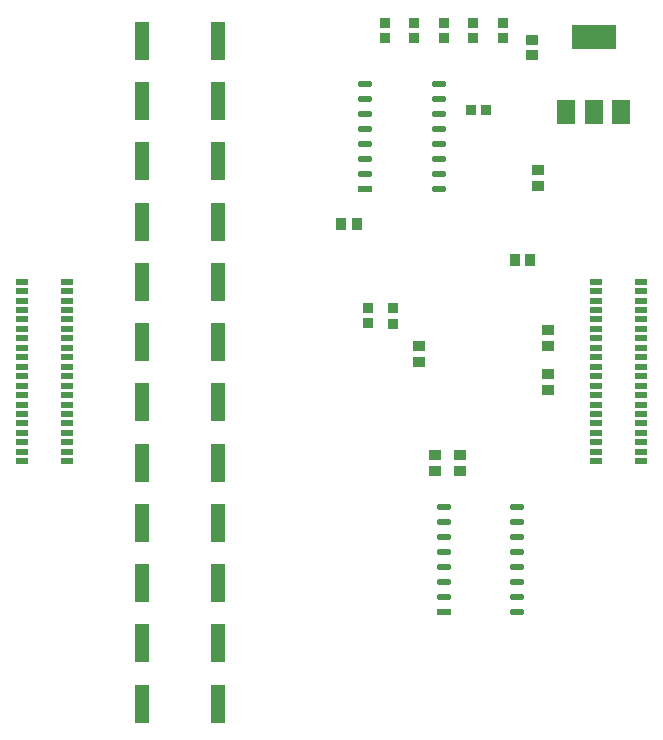
<source format=gbr>
%TF.GenerationSoftware,Altium Limited,Altium Designer,19.1.8 (144)*%
G04 Layer_Color=128*
%FSLAX26Y26*%
%MOIN*%
%TF.FileFunction,Paste,Bot*%
%TF.Part,Single*%
G01*
G75*
%TA.AperFunction,SMDPad,CuDef*%
%ADD11R,0.033465X0.037402*%
%ADD12R,0.037402X0.033465*%
%ADD18R,0.039370X0.035433*%
%ADD30R,0.149606X0.078740*%
%ADD31R,0.059055X0.078740*%
%ADD32O,0.051181X0.019685*%
%ADD33R,0.051181X0.019685*%
%ADD34R,0.035433X0.039370*%
%ADD35R,0.043307X0.019685*%
%ADD36R,0.049000X0.125000*%
D11*
X1667322Y2152560D02*
D03*
X1616142D02*
D03*
D12*
X1329724Y2441930D02*
D03*
Y2390748D02*
D03*
X1428150D02*
D03*
Y2441930D02*
D03*
X1526574Y2390748D02*
D03*
Y2441930D02*
D03*
X1625000Y2390748D02*
D03*
Y2441930D02*
D03*
X1723426D02*
D03*
Y2390748D02*
D03*
X1273622Y1491142D02*
D03*
Y1439960D02*
D03*
X1356300Y1438976D02*
D03*
Y1490158D02*
D03*
D18*
X1821850Y2332678D02*
D03*
Y2385826D02*
D03*
X1442914Y1364174D02*
D03*
Y1311024D02*
D03*
X1498800Y947500D02*
D03*
Y1000650D02*
D03*
X1581476Y948818D02*
D03*
Y1001968D02*
D03*
X1875984Y1218504D02*
D03*
Y1271654D02*
D03*
Y1418308D02*
D03*
Y1365158D02*
D03*
X1840552Y1950788D02*
D03*
Y1897638D02*
D03*
D30*
X2026574Y2392716D02*
D03*
D31*
X1936024Y2144686D02*
D03*
X2026574D02*
D03*
X2117126D02*
D03*
D32*
X1770552Y827166D02*
D03*
Y777166D02*
D03*
Y727166D02*
D03*
Y677166D02*
D03*
Y627166D02*
D03*
Y577166D02*
D03*
Y527166D02*
D03*
Y477166D02*
D03*
X1526574Y827166D02*
D03*
Y777166D02*
D03*
Y727166D02*
D03*
Y677166D02*
D03*
Y627166D02*
D03*
Y577166D02*
D03*
Y527166D02*
D03*
X1509842Y2237402D02*
D03*
Y2187402D02*
D03*
Y2137402D02*
D03*
Y2087402D02*
D03*
Y2037402D02*
D03*
Y1987402D02*
D03*
Y1937402D02*
D03*
Y1887402D02*
D03*
X1265866Y2237402D02*
D03*
Y2187402D02*
D03*
Y2137402D02*
D03*
Y2087402D02*
D03*
Y2037402D02*
D03*
Y1987402D02*
D03*
Y1937402D02*
D03*
D33*
X1526574Y477166D02*
D03*
X1265866Y1887402D02*
D03*
D34*
X1239174Y1772638D02*
D03*
X1186024D02*
D03*
X1762796Y1651574D02*
D03*
X1815944D02*
D03*
D35*
X2185040Y980316D02*
D03*
X2035434D02*
D03*
X2185040Y1011812D02*
D03*
X2035434D02*
D03*
X2185040Y1043308D02*
D03*
X2035434D02*
D03*
X2185040Y1074804D02*
D03*
X2035434D02*
D03*
X2185040Y1106300D02*
D03*
X2035434D02*
D03*
X2185040Y1137796D02*
D03*
X2035434D02*
D03*
X2185040Y1169292D02*
D03*
X2035434D02*
D03*
X2185040Y1200788D02*
D03*
X2035434D02*
D03*
X2185040Y1232284D02*
D03*
X2035434D02*
D03*
X2185040Y1263780D02*
D03*
X2035434D02*
D03*
X2185040Y1295276D02*
D03*
X2035434D02*
D03*
X2185040Y1326772D02*
D03*
X2035434D02*
D03*
X2185040Y1358268D02*
D03*
X2035434D02*
D03*
X2185040Y1389764D02*
D03*
X2035434D02*
D03*
X2185040Y1421260D02*
D03*
X2035434D02*
D03*
X2185040Y1452756D02*
D03*
X2035434D02*
D03*
X2185040Y1484252D02*
D03*
X2035434D02*
D03*
X2185040Y1515748D02*
D03*
X2035434D02*
D03*
X2185040Y1547244D02*
D03*
X2035434D02*
D03*
X2185040Y1578740D02*
D03*
X2035434D02*
D03*
X271654Y980316D02*
D03*
X122048D02*
D03*
X271654Y1011812D02*
D03*
X122048D02*
D03*
X271654Y1043308D02*
D03*
X122048D02*
D03*
X271654Y1074804D02*
D03*
X122048D02*
D03*
X271654Y1106300D02*
D03*
X122048D02*
D03*
X271654Y1137796D02*
D03*
X122048D02*
D03*
X271654Y1169292D02*
D03*
X122048D02*
D03*
X271654Y1200788D02*
D03*
X122048D02*
D03*
X271654Y1232284D02*
D03*
X122048D02*
D03*
X271654Y1263780D02*
D03*
X122048D02*
D03*
X271654Y1295276D02*
D03*
X122048D02*
D03*
X271654Y1326772D02*
D03*
X122048D02*
D03*
X271654Y1358268D02*
D03*
X122048D02*
D03*
X271654Y1389764D02*
D03*
X122048D02*
D03*
X271654Y1421260D02*
D03*
X122048D02*
D03*
X271654Y1452756D02*
D03*
X122048D02*
D03*
X271654Y1484252D02*
D03*
X122048D02*
D03*
X271654Y1515748D02*
D03*
X122048D02*
D03*
X271654Y1547244D02*
D03*
X122048D02*
D03*
X271654Y1578740D02*
D03*
X122048D02*
D03*
D36*
X522590Y2380906D02*
D03*
X773590D02*
D03*
X522590Y2180118D02*
D03*
X773590D02*
D03*
X522590Y1979330D02*
D03*
X773590D02*
D03*
X522590Y1778544D02*
D03*
X773590D02*
D03*
X522590Y1577756D02*
D03*
X773590D02*
D03*
X522590Y1376968D02*
D03*
X773590D02*
D03*
X522590Y1176182D02*
D03*
X773590D02*
D03*
X522590Y975394D02*
D03*
X773590D02*
D03*
X522590Y774606D02*
D03*
X773590D02*
D03*
X522590Y573820D02*
D03*
X773590D02*
D03*
X522590Y373032D02*
D03*
X773590D02*
D03*
X522590Y172244D02*
D03*
X773590D02*
D03*
%TF.MD5,f2acc76c628562f95d5dceffa24be544*%
M02*

</source>
